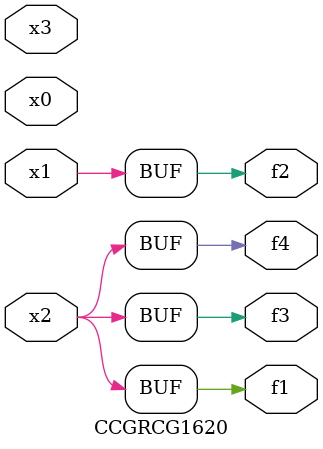
<source format=v>
module CCGRCG1620(
	input x0, x1, x2, x3,
	output f1, f2, f3, f4
);
	assign f1 = x2;
	assign f2 = x1;
	assign f3 = x2;
	assign f4 = x2;
endmodule

</source>
